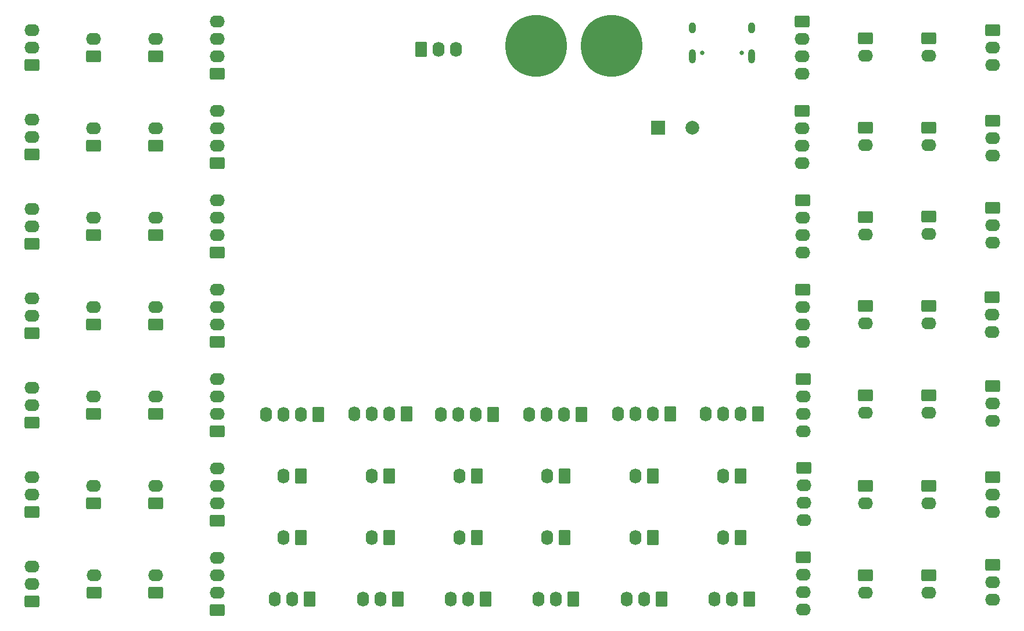
<source format=gbr>
%TF.GenerationSoftware,KiCad,Pcbnew,9.0.0*%
%TF.CreationDate,2025-03-15T02:30:36-06:00*%
%TF.ProjectId,ParallelValveController,50617261-6c6c-4656-9c56-616c7665436f,rev?*%
%TF.SameCoordinates,Original*%
%TF.FileFunction,Soldermask,Bot*%
%TF.FilePolarity,Negative*%
%FSLAX46Y46*%
G04 Gerber Fmt 4.6, Leading zero omitted, Abs format (unit mm)*
G04 Created by KiCad (PCBNEW 9.0.0) date 2025-03-15 02:30:36*
%MOMM*%
%LPD*%
G01*
G04 APERTURE LIST*
G04 Aperture macros list*
%AMRoundRect*
0 Rectangle with rounded corners*
0 $1 Rounding radius*
0 $2 $3 $4 $5 $6 $7 $8 $9 X,Y pos of 4 corners*
0 Add a 4 corners polygon primitive as box body*
4,1,4,$2,$3,$4,$5,$6,$7,$8,$9,$2,$3,0*
0 Add four circle primitives for the rounded corners*
1,1,$1+$1,$2,$3*
1,1,$1+$1,$4,$5*
1,1,$1+$1,$6,$7*
1,1,$1+$1,$8,$9*
0 Add four rect primitives between the rounded corners*
20,1,$1+$1,$2,$3,$4,$5,0*
20,1,$1+$1,$4,$5,$6,$7,0*
20,1,$1+$1,$6,$7,$8,$9,0*
20,1,$1+$1,$8,$9,$2,$3,0*%
G04 Aperture macros list end*
%ADD10RoundRect,0.250000X0.620000X0.845000X-0.620000X0.845000X-0.620000X-0.845000X0.620000X-0.845000X0*%
%ADD11O,1.740000X2.190000*%
%ADD12RoundRect,0.250000X-0.845000X0.620000X-0.845000X-0.620000X0.845000X-0.620000X0.845000X0.620000X0*%
%ADD13O,2.190000X1.740000*%
%ADD14C,9.000000*%
%ADD15RoundRect,0.250000X0.845000X-0.620000X0.845000X0.620000X-0.845000X0.620000X-0.845000X-0.620000X0*%
%ADD16RoundRect,0.250000X-0.620000X-0.845000X0.620000X-0.845000X0.620000X0.845000X-0.620000X0.845000X0*%
%ADD17R,2.000000X2.000000*%
%ADD18C,2.000000*%
%ADD19C,0.650000*%
%ADD20O,1.000000X2.100000*%
%ADD21O,1.000000X1.600000*%
G04 APERTURE END LIST*
D10*
%TO.C,J51*%
X149100500Y-121250000D03*
D11*
X146560500Y-121250000D03*
%TD*%
D12*
%TO.C,J76*%
X196750000Y-120108333D03*
D13*
X196750000Y-122648333D03*
X196750000Y-125188333D03*
X196750000Y-127728333D03*
%TD*%
D10*
%TO.C,J69*%
X126000833Y-112250000D03*
D11*
X123460833Y-112250000D03*
X120920833Y-112250000D03*
X118380833Y-112250000D03*
%TD*%
D12*
%TO.C,J41*%
X215000000Y-57460000D03*
D13*
X215000000Y-60000000D03*
%TD*%
D10*
%TO.C,J50*%
X136280666Y-121230000D03*
D11*
X133740666Y-121230000D03*
%TD*%
D10*
%TO.C,J11*%
X150370500Y-139250000D03*
D11*
X147830500Y-139250000D03*
X145290500Y-139250000D03*
%TD*%
D10*
%TO.C,J33*%
X174740167Y-130230000D03*
D11*
X172200167Y-130230000D03*
%TD*%
D10*
%TO.C,J12*%
X163190333Y-139250000D03*
D11*
X160650333Y-139250000D03*
X158110333Y-139250000D03*
%TD*%
D14*
%TO.C,J83*%
X157750000Y-58500000D03*
X168750000Y-58500000D03*
%TD*%
D15*
%TO.C,J22*%
X93238375Y-60020000D03*
D13*
X93238375Y-57480000D03*
%TD*%
D12*
%TO.C,J79*%
X196570000Y-81043333D03*
D13*
X196570000Y-83583333D03*
X196570000Y-86123333D03*
X196570000Y-88663333D03*
%TD*%
D12*
%TO.C,J37*%
X215000000Y-109460000D03*
D13*
X215000000Y-112000000D03*
%TD*%
D15*
%TO.C,J62*%
X111238375Y-62560000D03*
D13*
X111238375Y-60020000D03*
X111238375Y-57480000D03*
X111238375Y-54940000D03*
%TD*%
D12*
%TO.C,J59*%
X205750000Y-83500000D03*
D13*
X205750000Y-86040000D03*
%TD*%
D15*
%TO.C,J68*%
X111270000Y-140810000D03*
D13*
X111270000Y-138270000D03*
X111270000Y-135730000D03*
X111270000Y-133190000D03*
%TD*%
D12*
%TO.C,J75*%
X196660000Y-133130000D03*
D13*
X196660000Y-135670000D03*
X196660000Y-138210000D03*
X196660000Y-140750000D03*
%TD*%
D15*
%TO.C,J48*%
X102270000Y-138270000D03*
D13*
X102270000Y-135730000D03*
%TD*%
D12*
%TO.C,J18*%
X224230000Y-95170000D03*
D13*
X224230000Y-97710000D03*
X224230000Y-100250000D03*
%TD*%
D15*
%TO.C,J45*%
X102238375Y-99145000D03*
D13*
X102238375Y-96605000D03*
%TD*%
D16*
%TO.C,J82*%
X140960000Y-59020000D03*
D11*
X143500000Y-59020000D03*
X146040000Y-59020000D03*
%TD*%
D15*
%TO.C,J44*%
X102238375Y-86103333D03*
D13*
X102238375Y-83563333D03*
%TD*%
D12*
%TO.C,J58*%
X205750000Y-96460000D03*
D13*
X205750000Y-99000000D03*
%TD*%
D15*
%TO.C,J8*%
X84270000Y-139540000D03*
D13*
X84270000Y-137000000D03*
X84270000Y-134460000D03*
%TD*%
D15*
%TO.C,J5*%
X84238375Y-100415000D03*
D13*
X84238375Y-97875000D03*
X84238375Y-95335000D03*
%TD*%
D15*
%TO.C,J66*%
X111238375Y-114726667D03*
D13*
X111238375Y-112186667D03*
X111238375Y-109646667D03*
X111238375Y-107106667D03*
%TD*%
D12*
%TO.C,J77*%
X196705000Y-107086667D03*
D13*
X196705000Y-109626667D03*
X196705000Y-112166667D03*
X196705000Y-114706667D03*
%TD*%
D12*
%TO.C,J16*%
X224250000Y-121420000D03*
D13*
X224250000Y-123960000D03*
X224250000Y-126500000D03*
%TD*%
D12*
%TO.C,J81*%
X196480000Y-55000000D03*
D13*
X196480000Y-57540000D03*
X196480000Y-60080000D03*
X196480000Y-62620000D03*
%TD*%
D10*
%TO.C,J74*%
X190060000Y-112230000D03*
D11*
X187520000Y-112230000D03*
X184980000Y-112230000D03*
X182440000Y-112230000D03*
%TD*%
D12*
%TO.C,J35*%
X215000000Y-135730000D03*
D13*
X215000000Y-138270000D03*
%TD*%
D10*
%TO.C,J54*%
X187560000Y-121250000D03*
D11*
X185020000Y-121250000D03*
%TD*%
D12*
%TO.C,J38*%
X215000000Y-96460000D03*
D13*
X215000000Y-99000000D03*
%TD*%
D10*
%TO.C,J52*%
X161920333Y-121236667D03*
D11*
X159380333Y-121236667D03*
%TD*%
D12*
%TO.C,J40*%
X215000000Y-70460000D03*
D13*
X215000000Y-73000000D03*
%TD*%
D12*
%TO.C,J15*%
X224250000Y-134210000D03*
D13*
X224250000Y-136750000D03*
X224250000Y-139290000D03*
%TD*%
D15*
%TO.C,J4*%
X84238375Y-87373333D03*
D13*
X84238375Y-84833333D03*
X84238375Y-82293333D03*
%TD*%
D12*
%TO.C,J17*%
X224250000Y-108170000D03*
D13*
X224250000Y-110710000D03*
X224250000Y-113250000D03*
%TD*%
D10*
%TO.C,J32*%
X161920333Y-130243333D03*
D11*
X159380333Y-130243333D03*
%TD*%
D12*
%TO.C,J80*%
X196525000Y-68021667D03*
D13*
X196525000Y-70561667D03*
X196525000Y-73101667D03*
X196525000Y-75641667D03*
%TD*%
D10*
%TO.C,J9*%
X124730833Y-139250000D03*
D11*
X122190833Y-139250000D03*
X119650833Y-139250000D03*
%TD*%
D15*
%TO.C,J65*%
X111238375Y-101685000D03*
D13*
X111238375Y-99145000D03*
X111238375Y-96605000D03*
X111238375Y-94065000D03*
%TD*%
D17*
%TO.C,C7*%
X175500000Y-70500000D03*
D18*
X180500000Y-70500000D03*
%TD*%
D12*
%TO.C,J57*%
X205750000Y-109460000D03*
D13*
X205750000Y-112000000D03*
%TD*%
D10*
%TO.C,J71*%
X151500000Y-112250000D03*
D11*
X148960000Y-112250000D03*
X146420000Y-112250000D03*
X143880000Y-112250000D03*
%TD*%
D12*
%TO.C,J61*%
X205750000Y-57460000D03*
D13*
X205750000Y-60000000D03*
%TD*%
D15*
%TO.C,J67*%
X111238375Y-127768333D03*
D13*
X111238375Y-125228333D03*
X111238375Y-122688333D03*
X111238375Y-120148333D03*
%TD*%
D15*
%TO.C,J7*%
X84238375Y-126498333D03*
D13*
X84238375Y-123958333D03*
X84238375Y-121418333D03*
%TD*%
D15*
%TO.C,J3*%
X84238375Y-74331667D03*
D13*
X84238375Y-71791667D03*
X84238375Y-69251667D03*
%TD*%
D10*
%TO.C,J13*%
X176010167Y-139230000D03*
D11*
X173470167Y-139230000D03*
X170930167Y-139230000D03*
%TD*%
D12*
%TO.C,J39*%
X215000000Y-83460000D03*
D13*
X215000000Y-86000000D03*
%TD*%
D10*
%TO.C,J29*%
X123460833Y-130250000D03*
D11*
X120920833Y-130250000D03*
%TD*%
D10*
%TO.C,J53*%
X174740167Y-121230000D03*
D11*
X172200167Y-121230000D03*
%TD*%
D19*
%TO.C,J1*%
X187740000Y-59555000D03*
X181960000Y-59555000D03*
D20*
X189170000Y-60085000D03*
D21*
X189170000Y-55905000D03*
D20*
X180530000Y-60085000D03*
D21*
X180530000Y-55905000D03*
%TD*%
D15*
%TO.C,J6*%
X84238375Y-113456667D03*
D13*
X84238375Y-110916667D03*
X84238375Y-108376667D03*
%TD*%
D15*
%TO.C,J47*%
X102238375Y-125228333D03*
D13*
X102238375Y-122688333D03*
%TD*%
D10*
%TO.C,J31*%
X149100500Y-130250000D03*
D11*
X146560500Y-130250000D03*
%TD*%
D12*
%TO.C,J78*%
X196615000Y-94065000D03*
D13*
X196615000Y-96605000D03*
X196615000Y-99145000D03*
X196615000Y-101685000D03*
%TD*%
D12*
%TO.C,J36*%
X215000000Y-122730000D03*
D13*
X215000000Y-125270000D03*
%TD*%
D12*
%TO.C,J56*%
X205750000Y-122710000D03*
D13*
X205750000Y-125250000D03*
%TD*%
D10*
%TO.C,J34*%
X187560000Y-130230000D03*
D11*
X185020000Y-130230000D03*
%TD*%
D15*
%TO.C,J63*%
X111238375Y-75601667D03*
D13*
X111238375Y-73061667D03*
X111238375Y-70521667D03*
X111238375Y-67981667D03*
%TD*%
D10*
%TO.C,J14*%
X188830000Y-139250000D03*
D11*
X186290000Y-139250000D03*
X183750000Y-139250000D03*
%TD*%
D15*
%TO.C,J46*%
X102238375Y-112186667D03*
D13*
X102238375Y-109646667D03*
%TD*%
D12*
%TO.C,J21*%
X224250000Y-56250000D03*
D13*
X224250000Y-58790000D03*
X224250000Y-61330000D03*
%TD*%
D12*
%TO.C,J55*%
X205730000Y-135730000D03*
D13*
X205730000Y-138270000D03*
%TD*%
D15*
%TO.C,J28*%
X93270000Y-138270000D03*
D13*
X93270000Y-135730000D03*
%TD*%
D15*
%TO.C,J27*%
X93238375Y-125228333D03*
D13*
X93238375Y-122688333D03*
%TD*%
D10*
%TO.C,J49*%
X123460833Y-121250000D03*
D11*
X120920833Y-121250000D03*
%TD*%
D15*
%TO.C,J64*%
X111238375Y-88643333D03*
D13*
X111238375Y-86103333D03*
X111238375Y-83563333D03*
X111238375Y-81023333D03*
%TD*%
D12*
%TO.C,J19*%
X224250000Y-82170000D03*
D13*
X224250000Y-84710000D03*
X224250000Y-87250000D03*
%TD*%
D10*
%TO.C,J73*%
X177310000Y-112230000D03*
D11*
X174770000Y-112230000D03*
X172230000Y-112230000D03*
X169690000Y-112230000D03*
%TD*%
D15*
%TO.C,J42*%
X102238375Y-60020000D03*
D13*
X102238375Y-57480000D03*
%TD*%
D15*
%TO.C,J25*%
X93238375Y-99145000D03*
D13*
X93238375Y-96605000D03*
%TD*%
D15*
%TO.C,J26*%
X93238375Y-112186667D03*
D13*
X93238375Y-109646667D03*
%TD*%
D15*
%TO.C,J23*%
X93238375Y-73061667D03*
D13*
X93238375Y-70521667D03*
%TD*%
D15*
%TO.C,J43*%
X102238375Y-73061667D03*
D13*
X102238375Y-70521667D03*
%TD*%
D12*
%TO.C,J60*%
X205750000Y-70500000D03*
D13*
X205750000Y-73040000D03*
%TD*%
D12*
%TO.C,J20*%
X224250000Y-69420000D03*
D13*
X224250000Y-71960000D03*
X224250000Y-74500000D03*
%TD*%
D10*
%TO.C,J72*%
X164370000Y-112250000D03*
D11*
X161830000Y-112250000D03*
X159290000Y-112250000D03*
X156750000Y-112250000D03*
%TD*%
D10*
%TO.C,J30*%
X136280666Y-130230000D03*
D11*
X133740666Y-130230000D03*
%TD*%
D10*
%TO.C,J10*%
X137550666Y-139230000D03*
D11*
X135010666Y-139230000D03*
X132470666Y-139230000D03*
%TD*%
D15*
%TO.C,J2*%
X84238375Y-61290000D03*
D13*
X84238375Y-58750000D03*
X84238375Y-56210000D03*
%TD*%
D15*
%TO.C,J24*%
X93238375Y-86103333D03*
D13*
X93238375Y-83563333D03*
%TD*%
D10*
%TO.C,J70*%
X138820666Y-112230000D03*
D11*
X136280666Y-112230000D03*
X133740666Y-112230000D03*
X131200666Y-112230000D03*
%TD*%
M02*

</source>
